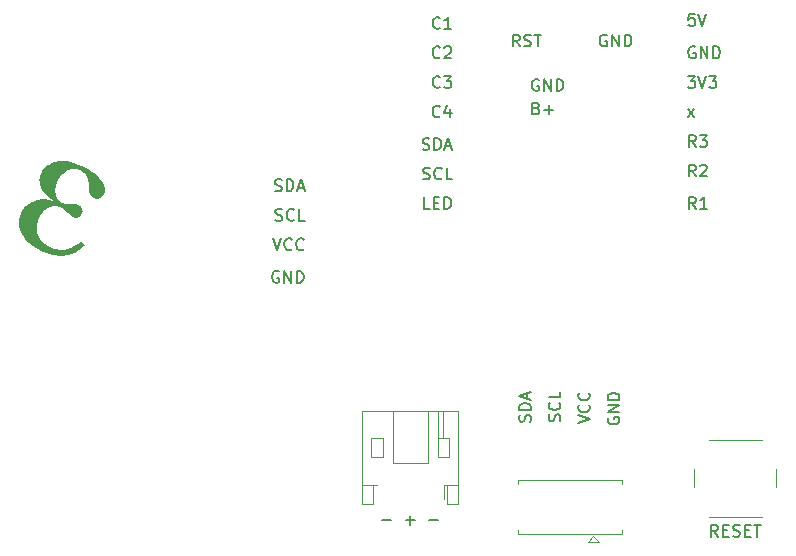
<source format=gto>
%TF.GenerationSoftware,KiCad,Pcbnew,7.0.5*%
%TF.CreationDate,2023-06-04T15:55:19-04:00*%
%TF.ProjectId,epsilon-kb,65707369-6c6f-46e2-9d6b-622e6b696361,rev?*%
%TF.SameCoordinates,Original*%
%TF.FileFunction,Legend,Top*%
%TF.FilePolarity,Positive*%
%FSLAX46Y46*%
G04 Gerber Fmt 4.6, Leading zero omitted, Abs format (unit mm)*
G04 Created by KiCad (PCBNEW 7.0.5) date 2023-06-04 15:55:19*
%MOMM*%
%LPD*%
G01*
G04 APERTURE LIST*
%ADD10C,0.000000*%
%ADD11C,0.150000*%
%ADD12C,0.120000*%
G04 APERTURE END LIST*
D10*
G36*
X107253758Y-97663684D02*
G01*
X107502628Y-97691123D01*
X107750294Y-97735463D01*
X107994381Y-97794992D01*
X108232512Y-97868000D01*
X108462307Y-97952778D01*
X108681392Y-98047612D01*
X108839312Y-98124299D01*
X109011047Y-98214324D01*
X109192449Y-98316958D01*
X109379368Y-98431471D01*
X109567657Y-98557130D01*
X109753168Y-98693209D01*
X109931753Y-98838976D01*
X110017153Y-98915265D01*
X110099264Y-98993701D01*
X110177571Y-99074195D01*
X110251552Y-99156654D01*
X110320692Y-99240989D01*
X110384471Y-99327106D01*
X110442369Y-99414916D01*
X110493870Y-99504327D01*
X110538453Y-99595247D01*
X110575602Y-99687585D01*
X110604797Y-99781250D01*
X110625521Y-99876152D01*
X110637252Y-99972197D01*
X110639475Y-100069296D01*
X110631671Y-100167358D01*
X110613319Y-100266289D01*
X110583904Y-100366001D01*
X110542905Y-100466401D01*
X110528340Y-100496113D01*
X110512842Y-100524806D01*
X110496435Y-100552452D01*
X110479147Y-100579026D01*
X110461001Y-100604504D01*
X110442025Y-100628858D01*
X110422243Y-100652063D01*
X110401682Y-100674093D01*
X110380367Y-100694924D01*
X110358322Y-100714529D01*
X110335575Y-100732882D01*
X110312151Y-100749958D01*
X110288076Y-100765732D01*
X110263375Y-100780176D01*
X110238073Y-100793268D01*
X110212197Y-100804978D01*
X110185772Y-100815284D01*
X110158825Y-100824158D01*
X110131378Y-100831576D01*
X110103461Y-100837512D01*
X110075098Y-100841939D01*
X110046313Y-100844832D01*
X110017134Y-100846166D01*
X109987585Y-100845915D01*
X109957694Y-100844053D01*
X109927484Y-100840554D01*
X109896981Y-100835394D01*
X109866212Y-100828546D01*
X109835202Y-100819983D01*
X109803976Y-100809682D01*
X109772561Y-100797616D01*
X109740982Y-100783760D01*
X109662753Y-100742136D01*
X109594480Y-100695302D01*
X109535439Y-100643577D01*
X109484908Y-100587281D01*
X109442161Y-100526732D01*
X109406475Y-100462252D01*
X109377126Y-100394157D01*
X109353393Y-100322769D01*
X109334548Y-100248406D01*
X109319871Y-100171389D01*
X109300120Y-100010665D01*
X109278777Y-99671413D01*
X109265604Y-99497992D01*
X109243045Y-99325450D01*
X109226436Y-99240306D01*
X109205310Y-99156340D01*
X109178942Y-99073872D01*
X109146610Y-98993219D01*
X109107589Y-98914703D01*
X109061155Y-98838642D01*
X109006586Y-98765354D01*
X108943157Y-98695161D01*
X108870145Y-98628382D01*
X108786825Y-98565336D01*
X108692475Y-98506342D01*
X108586369Y-98451719D01*
X108502119Y-98414981D01*
X108419152Y-98383848D01*
X108337485Y-98358185D01*
X108257137Y-98337862D01*
X108178124Y-98322745D01*
X108100463Y-98312703D01*
X108024172Y-98307603D01*
X107949268Y-98307314D01*
X107875768Y-98311703D01*
X107803688Y-98320637D01*
X107733047Y-98333985D01*
X107663862Y-98351614D01*
X107596149Y-98373392D01*
X107529927Y-98399186D01*
X107465211Y-98428865D01*
X107402020Y-98462296D01*
X107340370Y-98499347D01*
X107280280Y-98539886D01*
X107221765Y-98583780D01*
X107164843Y-98630897D01*
X107055848Y-98734273D01*
X106953431Y-98848954D01*
X106857730Y-98973883D01*
X106768884Y-99108002D01*
X106687028Y-99250253D01*
X106612302Y-99399578D01*
X106564612Y-99512177D01*
X106523914Y-99630444D01*
X106490794Y-99753121D01*
X106465838Y-99878949D01*
X106456606Y-99942651D01*
X106449635Y-100006668D01*
X106444997Y-100070844D01*
X106442770Y-100135021D01*
X106443022Y-100199041D01*
X106445830Y-100262746D01*
X106451266Y-100325981D01*
X106459403Y-100388587D01*
X106470317Y-100450407D01*
X106484077Y-100511283D01*
X106500760Y-100571059D01*
X106520438Y-100629577D01*
X106543185Y-100686679D01*
X106569073Y-100742207D01*
X106598176Y-100796007D01*
X106630568Y-100847918D01*
X106666323Y-100897784D01*
X106705512Y-100945449D01*
X106748211Y-100990753D01*
X106794491Y-101033541D01*
X106844428Y-101073653D01*
X106898093Y-101110935D01*
X106955560Y-101145227D01*
X107016903Y-101176372D01*
X107069789Y-101199747D01*
X107121981Y-101220335D01*
X107173492Y-101238306D01*
X107224332Y-101253830D01*
X107274509Y-101267075D01*
X107324035Y-101278208D01*
X107372921Y-101287402D01*
X107421175Y-101294823D01*
X107515831Y-101305024D01*
X107608085Y-101310164D01*
X107698018Y-101311593D01*
X107785712Y-101310667D01*
X107954706Y-101307143D01*
X108036170Y-101307251D01*
X108115719Y-101310408D01*
X108193435Y-101317964D01*
X108231630Y-101323816D01*
X108269399Y-101331273D01*
X108306750Y-101340506D01*
X108343694Y-101351685D01*
X108380239Y-101364977D01*
X108416399Y-101380552D01*
X108443215Y-101393818D01*
X108468980Y-101408095D01*
X108493682Y-101423348D01*
X108517307Y-101439539D01*
X108539841Y-101456631D01*
X108561272Y-101474586D01*
X108581584Y-101493368D01*
X108600766Y-101512941D01*
X108618802Y-101533265D01*
X108635682Y-101554305D01*
X108651389Y-101576024D01*
X108665911Y-101598383D01*
X108679234Y-101621348D01*
X108691345Y-101644879D01*
X108702230Y-101668940D01*
X108711877Y-101693495D01*
X108720270Y-101718505D01*
X108727398Y-101743934D01*
X108733247Y-101769745D01*
X108737802Y-101795901D01*
X108741050Y-101822364D01*
X108742978Y-101849097D01*
X108743573Y-101876064D01*
X108742820Y-101903228D01*
X108740707Y-101930551D01*
X108737220Y-101957996D01*
X108732346Y-101985526D01*
X108726069Y-102013105D01*
X108718378Y-102040693D01*
X108709260Y-102068257D01*
X108698700Y-102095757D01*
X108686685Y-102123156D01*
X108672789Y-102151321D01*
X108657959Y-102178264D01*
X108642223Y-102203978D01*
X108625614Y-102228455D01*
X108608159Y-102251691D01*
X108589891Y-102273678D01*
X108570842Y-102294411D01*
X108551037Y-102313882D01*
X108530511Y-102332086D01*
X108509291Y-102349017D01*
X108487412Y-102364666D01*
X108464899Y-102379030D01*
X108441785Y-102392100D01*
X108418100Y-102403871D01*
X108393875Y-102414335D01*
X108369140Y-102423489D01*
X108343925Y-102431323D01*
X108318259Y-102437832D01*
X108292175Y-102443011D01*
X108265702Y-102446851D01*
X108238871Y-102449347D01*
X108211711Y-102450493D01*
X108184253Y-102450282D01*
X108156528Y-102448709D01*
X108128565Y-102445766D01*
X108100396Y-102441446D01*
X108072051Y-102435744D01*
X108043559Y-102428654D01*
X108014951Y-102420169D01*
X107986259Y-102410282D01*
X107957511Y-102398987D01*
X107928738Y-102386278D01*
X106967932Y-101601935D01*
X106896002Y-101570619D01*
X106824139Y-101543706D01*
X106752422Y-101521117D01*
X106680930Y-101502772D01*
X106609739Y-101488591D01*
X106538929Y-101478495D01*
X106468578Y-101472403D01*
X106398765Y-101470237D01*
X106329567Y-101471915D01*
X106261063Y-101477359D01*
X106193331Y-101486487D01*
X106126448Y-101499222D01*
X106060496Y-101515481D01*
X105995550Y-101535187D01*
X105931688Y-101558260D01*
X105868991Y-101584617D01*
X105807534Y-101614182D01*
X105747399Y-101646873D01*
X105688661Y-101682612D01*
X105631400Y-101721317D01*
X105575693Y-101762909D01*
X105521620Y-101807308D01*
X105469258Y-101854436D01*
X105418685Y-101904210D01*
X105369981Y-101956552D01*
X105323223Y-102011383D01*
X105278488Y-102068622D01*
X105235858Y-102128189D01*
X105195408Y-102190005D01*
X105157216Y-102253989D01*
X105121363Y-102320063D01*
X105087926Y-102388145D01*
X105044673Y-102485813D01*
X105006148Y-102583093D01*
X104972337Y-102679903D01*
X104943228Y-102776160D01*
X104918806Y-102871785D01*
X104899059Y-102966696D01*
X104883973Y-103060811D01*
X104873535Y-103154048D01*
X104867732Y-103246327D01*
X104866550Y-103337565D01*
X104869975Y-103427682D01*
X104877996Y-103516594D01*
X104890598Y-103604223D01*
X104907767Y-103690485D01*
X104929491Y-103775298D01*
X104955757Y-103858584D01*
X104986550Y-103940258D01*
X105021859Y-104020240D01*
X105061668Y-104098448D01*
X105105966Y-104174801D01*
X105154739Y-104249218D01*
X105207973Y-104321616D01*
X105265655Y-104391915D01*
X105327771Y-104460033D01*
X105394309Y-104525888D01*
X105465255Y-104589400D01*
X105540596Y-104650485D01*
X105620319Y-104709064D01*
X105704409Y-104765055D01*
X105792854Y-104818375D01*
X105885642Y-104868944D01*
X105982756Y-104916680D01*
X106078504Y-104959525D01*
X106172983Y-104998187D01*
X106266239Y-105032705D01*
X106358318Y-105063125D01*
X106449265Y-105089485D01*
X106539126Y-105111830D01*
X106627945Y-105130200D01*
X106715771Y-105144636D01*
X106802646Y-105155181D01*
X106888617Y-105161876D01*
X106973729Y-105164764D01*
X107058028Y-105163886D01*
X107141560Y-105159282D01*
X107224370Y-105150997D01*
X107306502Y-105139071D01*
X107388005Y-105123546D01*
X107468922Y-105104463D01*
X107549299Y-105081866D01*
X107629180Y-105055794D01*
X107708614Y-105026291D01*
X107787645Y-104993396D01*
X107866316Y-104957154D01*
X108022770Y-104874791D01*
X108178338Y-104779535D01*
X108333386Y-104671720D01*
X108488277Y-104551680D01*
X108643375Y-104419750D01*
X108948324Y-104767478D01*
X108948311Y-104767505D01*
X108842873Y-104869321D01*
X108736720Y-104964549D01*
X108629851Y-105053286D01*
X108522267Y-105135628D01*
X108413967Y-105211669D01*
X108304950Y-105281506D01*
X108195217Y-105345233D01*
X108084769Y-105402948D01*
X107973603Y-105454745D01*
X107861721Y-105500721D01*
X107749122Y-105540971D01*
X107635807Y-105575590D01*
X107521773Y-105604675D01*
X107407022Y-105628321D01*
X107291554Y-105646625D01*
X107175369Y-105659680D01*
X106940844Y-105670433D01*
X106703447Y-105661345D01*
X106463176Y-105633182D01*
X106220030Y-105586708D01*
X105974007Y-105522692D01*
X105725107Y-105441897D01*
X105473329Y-105345091D01*
X105218669Y-105233038D01*
X104990499Y-105117618D01*
X104767963Y-104986597D01*
X104553412Y-104840798D01*
X104349199Y-104681046D01*
X104251705Y-104596194D01*
X104157678Y-104508162D01*
X104067411Y-104417054D01*
X103981200Y-104322972D01*
X103899339Y-104226018D01*
X103822121Y-104126297D01*
X103749840Y-104023911D01*
X103682791Y-103918963D01*
X103621268Y-103811555D01*
X103565565Y-103701792D01*
X103515976Y-103589775D01*
X103472794Y-103475608D01*
X103436315Y-103359392D01*
X103406832Y-103241234D01*
X103384640Y-103121233D01*
X103370032Y-102999494D01*
X103363303Y-102876118D01*
X103364746Y-102751210D01*
X103374657Y-102624873D01*
X103393328Y-102497208D01*
X103421055Y-102368321D01*
X103458130Y-102238310D01*
X103504849Y-102107283D01*
X103561506Y-101975341D01*
X103606667Y-101885347D01*
X103656148Y-101799505D01*
X103709763Y-101717787D01*
X103767321Y-101640162D01*
X103828637Y-101566603D01*
X103893521Y-101497078D01*
X103961784Y-101431557D01*
X104033241Y-101370013D01*
X104107701Y-101312416D01*
X104184977Y-101258734D01*
X104264882Y-101208939D01*
X104347226Y-101163003D01*
X104431822Y-101120894D01*
X104518482Y-101082584D01*
X104607018Y-101048043D01*
X104697242Y-101017241D01*
X104882000Y-100966737D01*
X105071252Y-100930837D01*
X105263491Y-100909303D01*
X105457217Y-100901900D01*
X105650922Y-100908390D01*
X105843104Y-100928540D01*
X106032256Y-100962110D01*
X106216874Y-101008866D01*
X106231200Y-100978144D01*
X106094826Y-100890503D01*
X105961063Y-100791161D01*
X105831445Y-100681053D01*
X105707505Y-100561112D01*
X105590781Y-100432275D01*
X105482805Y-100295474D01*
X105432576Y-100224380D01*
X105385112Y-100151646D01*
X105340601Y-100077389D01*
X105299238Y-100001724D01*
X105261212Y-99924771D01*
X105226716Y-99846644D01*
X105195942Y-99767462D01*
X105169083Y-99687340D01*
X105146328Y-99606397D01*
X105127872Y-99524747D01*
X105113904Y-99442509D01*
X105104618Y-99359799D01*
X105100205Y-99276735D01*
X105100857Y-99193431D01*
X105106765Y-99110007D01*
X105118122Y-99026578D01*
X105135118Y-98943261D01*
X105157948Y-98860173D01*
X105186801Y-98777432D01*
X105221870Y-98695153D01*
X105283979Y-98572971D01*
X105352026Y-98459504D01*
X105425717Y-98354538D01*
X105504752Y-98257861D01*
X105588834Y-98169257D01*
X105677668Y-98088514D01*
X105770955Y-98015417D01*
X105868397Y-97949753D01*
X105969701Y-97891308D01*
X106074565Y-97839866D01*
X106182694Y-97795217D01*
X106293792Y-97757145D01*
X106407561Y-97725435D01*
X106523702Y-97699875D01*
X106641921Y-97680252D01*
X106761918Y-97666349D01*
X107006061Y-97654856D01*
X107253758Y-97663684D01*
G37*
D11*
X139008458Y-86359580D02*
X138960839Y-86407200D01*
X138960839Y-86407200D02*
X138817982Y-86454819D01*
X138817982Y-86454819D02*
X138722744Y-86454819D01*
X138722744Y-86454819D02*
X138579887Y-86407200D01*
X138579887Y-86407200D02*
X138484649Y-86311961D01*
X138484649Y-86311961D02*
X138437030Y-86216723D01*
X138437030Y-86216723D02*
X138389411Y-86026247D01*
X138389411Y-86026247D02*
X138389411Y-85883390D01*
X138389411Y-85883390D02*
X138437030Y-85692914D01*
X138437030Y-85692914D02*
X138484649Y-85597676D01*
X138484649Y-85597676D02*
X138579887Y-85502438D01*
X138579887Y-85502438D02*
X138722744Y-85454819D01*
X138722744Y-85454819D02*
X138817982Y-85454819D01*
X138817982Y-85454819D02*
X138960839Y-85502438D01*
X138960839Y-85502438D02*
X139008458Y-85550057D01*
X139960839Y-86454819D02*
X139389411Y-86454819D01*
X139675125Y-86454819D02*
X139675125Y-85454819D01*
X139675125Y-85454819D02*
X139579887Y-85597676D01*
X139579887Y-85597676D02*
X139484649Y-85692914D01*
X139484649Y-85692914D02*
X139389411Y-85740533D01*
X139008458Y-88859580D02*
X138960839Y-88907200D01*
X138960839Y-88907200D02*
X138817982Y-88954819D01*
X138817982Y-88954819D02*
X138722744Y-88954819D01*
X138722744Y-88954819D02*
X138579887Y-88907200D01*
X138579887Y-88907200D02*
X138484649Y-88811961D01*
X138484649Y-88811961D02*
X138437030Y-88716723D01*
X138437030Y-88716723D02*
X138389411Y-88526247D01*
X138389411Y-88526247D02*
X138389411Y-88383390D01*
X138389411Y-88383390D02*
X138437030Y-88192914D01*
X138437030Y-88192914D02*
X138484649Y-88097676D01*
X138484649Y-88097676D02*
X138579887Y-88002438D01*
X138579887Y-88002438D02*
X138722744Y-87954819D01*
X138722744Y-87954819D02*
X138817982Y-87954819D01*
X138817982Y-87954819D02*
X138960839Y-88002438D01*
X138960839Y-88002438D02*
X139008458Y-88050057D01*
X139389411Y-88050057D02*
X139437030Y-88002438D01*
X139437030Y-88002438D02*
X139532268Y-87954819D01*
X139532268Y-87954819D02*
X139770363Y-87954819D01*
X139770363Y-87954819D02*
X139865601Y-88002438D01*
X139865601Y-88002438D02*
X139913220Y-88050057D01*
X139913220Y-88050057D02*
X139960839Y-88145295D01*
X139960839Y-88145295D02*
X139960839Y-88240533D01*
X139960839Y-88240533D02*
X139913220Y-88383390D01*
X139913220Y-88383390D02*
X139341792Y-88954819D01*
X139341792Y-88954819D02*
X139960839Y-88954819D01*
X146657200Y-119717731D02*
X146704819Y-119574874D01*
X146704819Y-119574874D02*
X146704819Y-119336779D01*
X146704819Y-119336779D02*
X146657200Y-119241541D01*
X146657200Y-119241541D02*
X146609580Y-119193922D01*
X146609580Y-119193922D02*
X146514342Y-119146303D01*
X146514342Y-119146303D02*
X146419104Y-119146303D01*
X146419104Y-119146303D02*
X146323866Y-119193922D01*
X146323866Y-119193922D02*
X146276247Y-119241541D01*
X146276247Y-119241541D02*
X146228628Y-119336779D01*
X146228628Y-119336779D02*
X146181009Y-119527255D01*
X146181009Y-119527255D02*
X146133390Y-119622493D01*
X146133390Y-119622493D02*
X146085771Y-119670112D01*
X146085771Y-119670112D02*
X145990533Y-119717731D01*
X145990533Y-119717731D02*
X145895295Y-119717731D01*
X145895295Y-119717731D02*
X145800057Y-119670112D01*
X145800057Y-119670112D02*
X145752438Y-119622493D01*
X145752438Y-119622493D02*
X145704819Y-119527255D01*
X145704819Y-119527255D02*
X145704819Y-119289160D01*
X145704819Y-119289160D02*
X145752438Y-119146303D01*
X146704819Y-118717731D02*
X145704819Y-118717731D01*
X145704819Y-118717731D02*
X145704819Y-118479636D01*
X145704819Y-118479636D02*
X145752438Y-118336779D01*
X145752438Y-118336779D02*
X145847676Y-118241541D01*
X145847676Y-118241541D02*
X145942914Y-118193922D01*
X145942914Y-118193922D02*
X146133390Y-118146303D01*
X146133390Y-118146303D02*
X146276247Y-118146303D01*
X146276247Y-118146303D02*
X146466723Y-118193922D01*
X146466723Y-118193922D02*
X146561961Y-118241541D01*
X146561961Y-118241541D02*
X146657200Y-118336779D01*
X146657200Y-118336779D02*
X146704819Y-118479636D01*
X146704819Y-118479636D02*
X146704819Y-118717731D01*
X146419104Y-117765350D02*
X146419104Y-117289160D01*
X146704819Y-117860588D02*
X145704819Y-117527255D01*
X145704819Y-117527255D02*
X146704819Y-117193922D01*
X160610588Y-88002438D02*
X160515350Y-87954819D01*
X160515350Y-87954819D02*
X160372493Y-87954819D01*
X160372493Y-87954819D02*
X160229636Y-88002438D01*
X160229636Y-88002438D02*
X160134398Y-88097676D01*
X160134398Y-88097676D02*
X160086779Y-88192914D01*
X160086779Y-88192914D02*
X160039160Y-88383390D01*
X160039160Y-88383390D02*
X160039160Y-88526247D01*
X160039160Y-88526247D02*
X160086779Y-88716723D01*
X160086779Y-88716723D02*
X160134398Y-88811961D01*
X160134398Y-88811961D02*
X160229636Y-88907200D01*
X160229636Y-88907200D02*
X160372493Y-88954819D01*
X160372493Y-88954819D02*
X160467731Y-88954819D01*
X160467731Y-88954819D02*
X160610588Y-88907200D01*
X160610588Y-88907200D02*
X160658207Y-88859580D01*
X160658207Y-88859580D02*
X160658207Y-88526247D01*
X160658207Y-88526247D02*
X160467731Y-88526247D01*
X161086779Y-88954819D02*
X161086779Y-87954819D01*
X161086779Y-87954819D02*
X161658207Y-88954819D01*
X161658207Y-88954819D02*
X161658207Y-87954819D01*
X162134398Y-88954819D02*
X162134398Y-87954819D01*
X162134398Y-87954819D02*
X162372493Y-87954819D01*
X162372493Y-87954819D02*
X162515350Y-88002438D01*
X162515350Y-88002438D02*
X162610588Y-88097676D01*
X162610588Y-88097676D02*
X162658207Y-88192914D01*
X162658207Y-88192914D02*
X162705826Y-88383390D01*
X162705826Y-88383390D02*
X162705826Y-88526247D01*
X162705826Y-88526247D02*
X162658207Y-88716723D01*
X162658207Y-88716723D02*
X162610588Y-88811961D01*
X162610588Y-88811961D02*
X162515350Y-88907200D01*
X162515350Y-88907200D02*
X162372493Y-88954819D01*
X162372493Y-88954819D02*
X162134398Y-88954819D01*
X160658207Y-101704819D02*
X160324874Y-101228628D01*
X160086779Y-101704819D02*
X160086779Y-100704819D01*
X160086779Y-100704819D02*
X160467731Y-100704819D01*
X160467731Y-100704819D02*
X160562969Y-100752438D01*
X160562969Y-100752438D02*
X160610588Y-100800057D01*
X160610588Y-100800057D02*
X160658207Y-100895295D01*
X160658207Y-100895295D02*
X160658207Y-101038152D01*
X160658207Y-101038152D02*
X160610588Y-101133390D01*
X160610588Y-101133390D02*
X160562969Y-101181009D01*
X160562969Y-101181009D02*
X160467731Y-101228628D01*
X160467731Y-101228628D02*
X160086779Y-101228628D01*
X161610588Y-101704819D02*
X161039160Y-101704819D01*
X161324874Y-101704819D02*
X161324874Y-100704819D01*
X161324874Y-100704819D02*
X161229636Y-100847676D01*
X161229636Y-100847676D02*
X161134398Y-100942914D01*
X161134398Y-100942914D02*
X161039160Y-100990533D01*
X160658207Y-98954819D02*
X160324874Y-98478628D01*
X160086779Y-98954819D02*
X160086779Y-97954819D01*
X160086779Y-97954819D02*
X160467731Y-97954819D01*
X160467731Y-97954819D02*
X160562969Y-98002438D01*
X160562969Y-98002438D02*
X160610588Y-98050057D01*
X160610588Y-98050057D02*
X160658207Y-98145295D01*
X160658207Y-98145295D02*
X160658207Y-98288152D01*
X160658207Y-98288152D02*
X160610588Y-98383390D01*
X160610588Y-98383390D02*
X160562969Y-98431009D01*
X160562969Y-98431009D02*
X160467731Y-98478628D01*
X160467731Y-98478628D02*
X160086779Y-98478628D01*
X161039160Y-98050057D02*
X161086779Y-98002438D01*
X161086779Y-98002438D02*
X161182017Y-97954819D01*
X161182017Y-97954819D02*
X161420112Y-97954819D01*
X161420112Y-97954819D02*
X161515350Y-98002438D01*
X161515350Y-98002438D02*
X161562969Y-98050057D01*
X161562969Y-98050057D02*
X161610588Y-98145295D01*
X161610588Y-98145295D02*
X161610588Y-98240533D01*
X161610588Y-98240533D02*
X161562969Y-98383390D01*
X161562969Y-98383390D02*
X160991541Y-98954819D01*
X160991541Y-98954819D02*
X161610588Y-98954819D01*
X145746553Y-87954819D02*
X145413220Y-87478628D01*
X145175125Y-87954819D02*
X145175125Y-86954819D01*
X145175125Y-86954819D02*
X145556077Y-86954819D01*
X145556077Y-86954819D02*
X145651315Y-87002438D01*
X145651315Y-87002438D02*
X145698934Y-87050057D01*
X145698934Y-87050057D02*
X145746553Y-87145295D01*
X145746553Y-87145295D02*
X145746553Y-87288152D01*
X145746553Y-87288152D02*
X145698934Y-87383390D01*
X145698934Y-87383390D02*
X145651315Y-87431009D01*
X145651315Y-87431009D02*
X145556077Y-87478628D01*
X145556077Y-87478628D02*
X145175125Y-87478628D01*
X146127506Y-87907200D02*
X146270363Y-87954819D01*
X146270363Y-87954819D02*
X146508458Y-87954819D01*
X146508458Y-87954819D02*
X146603696Y-87907200D01*
X146603696Y-87907200D02*
X146651315Y-87859580D01*
X146651315Y-87859580D02*
X146698934Y-87764342D01*
X146698934Y-87764342D02*
X146698934Y-87669104D01*
X146698934Y-87669104D02*
X146651315Y-87573866D01*
X146651315Y-87573866D02*
X146603696Y-87526247D01*
X146603696Y-87526247D02*
X146508458Y-87478628D01*
X146508458Y-87478628D02*
X146317982Y-87431009D01*
X146317982Y-87431009D02*
X146222744Y-87383390D01*
X146222744Y-87383390D02*
X146175125Y-87335771D01*
X146175125Y-87335771D02*
X146127506Y-87240533D01*
X146127506Y-87240533D02*
X146127506Y-87145295D01*
X146127506Y-87145295D02*
X146175125Y-87050057D01*
X146175125Y-87050057D02*
X146222744Y-87002438D01*
X146222744Y-87002438D02*
X146317982Y-86954819D01*
X146317982Y-86954819D02*
X146556077Y-86954819D01*
X146556077Y-86954819D02*
X146698934Y-87002438D01*
X146984649Y-86954819D02*
X147556077Y-86954819D01*
X147270363Y-87954819D02*
X147270363Y-86954819D01*
X125365601Y-107002438D02*
X125270363Y-106954819D01*
X125270363Y-106954819D02*
X125127506Y-106954819D01*
X125127506Y-106954819D02*
X124984649Y-107002438D01*
X124984649Y-107002438D02*
X124889411Y-107097676D01*
X124889411Y-107097676D02*
X124841792Y-107192914D01*
X124841792Y-107192914D02*
X124794173Y-107383390D01*
X124794173Y-107383390D02*
X124794173Y-107526247D01*
X124794173Y-107526247D02*
X124841792Y-107716723D01*
X124841792Y-107716723D02*
X124889411Y-107811961D01*
X124889411Y-107811961D02*
X124984649Y-107907200D01*
X124984649Y-107907200D02*
X125127506Y-107954819D01*
X125127506Y-107954819D02*
X125222744Y-107954819D01*
X125222744Y-107954819D02*
X125365601Y-107907200D01*
X125365601Y-107907200D02*
X125413220Y-107859580D01*
X125413220Y-107859580D02*
X125413220Y-107526247D01*
X125413220Y-107526247D02*
X125222744Y-107526247D01*
X125841792Y-107954819D02*
X125841792Y-106954819D01*
X125841792Y-106954819D02*
X126413220Y-107954819D01*
X126413220Y-107954819D02*
X126413220Y-106954819D01*
X126889411Y-107954819D02*
X126889411Y-106954819D01*
X126889411Y-106954819D02*
X127127506Y-106954819D01*
X127127506Y-106954819D02*
X127270363Y-107002438D01*
X127270363Y-107002438D02*
X127365601Y-107097676D01*
X127365601Y-107097676D02*
X127413220Y-107192914D01*
X127413220Y-107192914D02*
X127460839Y-107383390D01*
X127460839Y-107383390D02*
X127460839Y-107526247D01*
X127460839Y-107526247D02*
X127413220Y-107716723D01*
X127413220Y-107716723D02*
X127365601Y-107811961D01*
X127365601Y-107811961D02*
X127270363Y-107907200D01*
X127270363Y-107907200D02*
X127127506Y-107954819D01*
X127127506Y-107954819D02*
X126889411Y-107954819D01*
X147170112Y-93181009D02*
X147312969Y-93228628D01*
X147312969Y-93228628D02*
X147360588Y-93276247D01*
X147360588Y-93276247D02*
X147408207Y-93371485D01*
X147408207Y-93371485D02*
X147408207Y-93514342D01*
X147408207Y-93514342D02*
X147360588Y-93609580D01*
X147360588Y-93609580D02*
X147312969Y-93657200D01*
X147312969Y-93657200D02*
X147217731Y-93704819D01*
X147217731Y-93704819D02*
X146836779Y-93704819D01*
X146836779Y-93704819D02*
X146836779Y-92704819D01*
X146836779Y-92704819D02*
X147170112Y-92704819D01*
X147170112Y-92704819D02*
X147265350Y-92752438D01*
X147265350Y-92752438D02*
X147312969Y-92800057D01*
X147312969Y-92800057D02*
X147360588Y-92895295D01*
X147360588Y-92895295D02*
X147360588Y-92990533D01*
X147360588Y-92990533D02*
X147312969Y-93085771D01*
X147312969Y-93085771D02*
X147265350Y-93133390D01*
X147265350Y-93133390D02*
X147170112Y-93181009D01*
X147170112Y-93181009D02*
X146836779Y-93181009D01*
X147836779Y-93323866D02*
X148598684Y-93323866D01*
X148217731Y-93704819D02*
X148217731Y-92942914D01*
X147360588Y-90752438D02*
X147265350Y-90704819D01*
X147265350Y-90704819D02*
X147122493Y-90704819D01*
X147122493Y-90704819D02*
X146979636Y-90752438D01*
X146979636Y-90752438D02*
X146884398Y-90847676D01*
X146884398Y-90847676D02*
X146836779Y-90942914D01*
X146836779Y-90942914D02*
X146789160Y-91133390D01*
X146789160Y-91133390D02*
X146789160Y-91276247D01*
X146789160Y-91276247D02*
X146836779Y-91466723D01*
X146836779Y-91466723D02*
X146884398Y-91561961D01*
X146884398Y-91561961D02*
X146979636Y-91657200D01*
X146979636Y-91657200D02*
X147122493Y-91704819D01*
X147122493Y-91704819D02*
X147217731Y-91704819D01*
X147217731Y-91704819D02*
X147360588Y-91657200D01*
X147360588Y-91657200D02*
X147408207Y-91609580D01*
X147408207Y-91609580D02*
X147408207Y-91276247D01*
X147408207Y-91276247D02*
X147217731Y-91276247D01*
X147836779Y-91704819D02*
X147836779Y-90704819D01*
X147836779Y-90704819D02*
X148408207Y-91704819D01*
X148408207Y-91704819D02*
X148408207Y-90704819D01*
X148884398Y-91704819D02*
X148884398Y-90704819D01*
X148884398Y-90704819D02*
X149122493Y-90704819D01*
X149122493Y-90704819D02*
X149265350Y-90752438D01*
X149265350Y-90752438D02*
X149360588Y-90847676D01*
X149360588Y-90847676D02*
X149408207Y-90942914D01*
X149408207Y-90942914D02*
X149455826Y-91133390D01*
X149455826Y-91133390D02*
X149455826Y-91276247D01*
X149455826Y-91276247D02*
X149408207Y-91466723D01*
X149408207Y-91466723D02*
X149360588Y-91561961D01*
X149360588Y-91561961D02*
X149265350Y-91657200D01*
X149265350Y-91657200D02*
X149122493Y-91704819D01*
X149122493Y-91704819D02*
X148884398Y-91704819D01*
X137579887Y-99157200D02*
X137722744Y-99204819D01*
X137722744Y-99204819D02*
X137960839Y-99204819D01*
X137960839Y-99204819D02*
X138056077Y-99157200D01*
X138056077Y-99157200D02*
X138103696Y-99109580D01*
X138103696Y-99109580D02*
X138151315Y-99014342D01*
X138151315Y-99014342D02*
X138151315Y-98919104D01*
X138151315Y-98919104D02*
X138103696Y-98823866D01*
X138103696Y-98823866D02*
X138056077Y-98776247D01*
X138056077Y-98776247D02*
X137960839Y-98728628D01*
X137960839Y-98728628D02*
X137770363Y-98681009D01*
X137770363Y-98681009D02*
X137675125Y-98633390D01*
X137675125Y-98633390D02*
X137627506Y-98585771D01*
X137627506Y-98585771D02*
X137579887Y-98490533D01*
X137579887Y-98490533D02*
X137579887Y-98395295D01*
X137579887Y-98395295D02*
X137627506Y-98300057D01*
X137627506Y-98300057D02*
X137675125Y-98252438D01*
X137675125Y-98252438D02*
X137770363Y-98204819D01*
X137770363Y-98204819D02*
X138008458Y-98204819D01*
X138008458Y-98204819D02*
X138151315Y-98252438D01*
X139151315Y-99109580D02*
X139103696Y-99157200D01*
X139103696Y-99157200D02*
X138960839Y-99204819D01*
X138960839Y-99204819D02*
X138865601Y-99204819D01*
X138865601Y-99204819D02*
X138722744Y-99157200D01*
X138722744Y-99157200D02*
X138627506Y-99061961D01*
X138627506Y-99061961D02*
X138579887Y-98966723D01*
X138579887Y-98966723D02*
X138532268Y-98776247D01*
X138532268Y-98776247D02*
X138532268Y-98633390D01*
X138532268Y-98633390D02*
X138579887Y-98442914D01*
X138579887Y-98442914D02*
X138627506Y-98347676D01*
X138627506Y-98347676D02*
X138722744Y-98252438D01*
X138722744Y-98252438D02*
X138865601Y-98204819D01*
X138865601Y-98204819D02*
X138960839Y-98204819D01*
X138960839Y-98204819D02*
X139103696Y-98252438D01*
X139103696Y-98252438D02*
X139151315Y-98300057D01*
X140056077Y-99204819D02*
X139579887Y-99204819D01*
X139579887Y-99204819D02*
X139579887Y-98204819D01*
X162547618Y-129454819D02*
X162214285Y-128978628D01*
X161976190Y-129454819D02*
X161976190Y-128454819D01*
X161976190Y-128454819D02*
X162357142Y-128454819D01*
X162357142Y-128454819D02*
X162452380Y-128502438D01*
X162452380Y-128502438D02*
X162499999Y-128550057D01*
X162499999Y-128550057D02*
X162547618Y-128645295D01*
X162547618Y-128645295D02*
X162547618Y-128788152D01*
X162547618Y-128788152D02*
X162499999Y-128883390D01*
X162499999Y-128883390D02*
X162452380Y-128931009D01*
X162452380Y-128931009D02*
X162357142Y-128978628D01*
X162357142Y-128978628D02*
X161976190Y-128978628D01*
X162976190Y-128931009D02*
X163309523Y-128931009D01*
X163452380Y-129454819D02*
X162976190Y-129454819D01*
X162976190Y-129454819D02*
X162976190Y-128454819D01*
X162976190Y-128454819D02*
X163452380Y-128454819D01*
X163833333Y-129407200D02*
X163976190Y-129454819D01*
X163976190Y-129454819D02*
X164214285Y-129454819D01*
X164214285Y-129454819D02*
X164309523Y-129407200D01*
X164309523Y-129407200D02*
X164357142Y-129359580D01*
X164357142Y-129359580D02*
X164404761Y-129264342D01*
X164404761Y-129264342D02*
X164404761Y-129169104D01*
X164404761Y-129169104D02*
X164357142Y-129073866D01*
X164357142Y-129073866D02*
X164309523Y-129026247D01*
X164309523Y-129026247D02*
X164214285Y-128978628D01*
X164214285Y-128978628D02*
X164023809Y-128931009D01*
X164023809Y-128931009D02*
X163928571Y-128883390D01*
X163928571Y-128883390D02*
X163880952Y-128835771D01*
X163880952Y-128835771D02*
X163833333Y-128740533D01*
X163833333Y-128740533D02*
X163833333Y-128645295D01*
X163833333Y-128645295D02*
X163880952Y-128550057D01*
X163880952Y-128550057D02*
X163928571Y-128502438D01*
X163928571Y-128502438D02*
X164023809Y-128454819D01*
X164023809Y-128454819D02*
X164261904Y-128454819D01*
X164261904Y-128454819D02*
X164404761Y-128502438D01*
X164833333Y-128931009D02*
X165166666Y-128931009D01*
X165309523Y-129454819D02*
X164833333Y-129454819D01*
X164833333Y-129454819D02*
X164833333Y-128454819D01*
X164833333Y-128454819D02*
X165309523Y-128454819D01*
X165595238Y-128454819D02*
X166166666Y-128454819D01*
X165880952Y-129454819D02*
X165880952Y-128454819D01*
X153110588Y-87002438D02*
X153015350Y-86954819D01*
X153015350Y-86954819D02*
X152872493Y-86954819D01*
X152872493Y-86954819D02*
X152729636Y-87002438D01*
X152729636Y-87002438D02*
X152634398Y-87097676D01*
X152634398Y-87097676D02*
X152586779Y-87192914D01*
X152586779Y-87192914D02*
X152539160Y-87383390D01*
X152539160Y-87383390D02*
X152539160Y-87526247D01*
X152539160Y-87526247D02*
X152586779Y-87716723D01*
X152586779Y-87716723D02*
X152634398Y-87811961D01*
X152634398Y-87811961D02*
X152729636Y-87907200D01*
X152729636Y-87907200D02*
X152872493Y-87954819D01*
X152872493Y-87954819D02*
X152967731Y-87954819D01*
X152967731Y-87954819D02*
X153110588Y-87907200D01*
X153110588Y-87907200D02*
X153158207Y-87859580D01*
X153158207Y-87859580D02*
X153158207Y-87526247D01*
X153158207Y-87526247D02*
X152967731Y-87526247D01*
X153586779Y-87954819D02*
X153586779Y-86954819D01*
X153586779Y-86954819D02*
X154158207Y-87954819D01*
X154158207Y-87954819D02*
X154158207Y-86954819D01*
X154634398Y-87954819D02*
X154634398Y-86954819D01*
X154634398Y-86954819D02*
X154872493Y-86954819D01*
X154872493Y-86954819D02*
X155015350Y-87002438D01*
X155015350Y-87002438D02*
X155110588Y-87097676D01*
X155110588Y-87097676D02*
X155158207Y-87192914D01*
X155158207Y-87192914D02*
X155205826Y-87383390D01*
X155205826Y-87383390D02*
X155205826Y-87526247D01*
X155205826Y-87526247D02*
X155158207Y-87716723D01*
X155158207Y-87716723D02*
X155110588Y-87811961D01*
X155110588Y-87811961D02*
X155015350Y-87907200D01*
X155015350Y-87907200D02*
X154872493Y-87954819D01*
X154872493Y-87954819D02*
X154634398Y-87954819D01*
X124889411Y-104204819D02*
X125222744Y-105204819D01*
X125222744Y-105204819D02*
X125556077Y-104204819D01*
X126460839Y-105109580D02*
X126413220Y-105157200D01*
X126413220Y-105157200D02*
X126270363Y-105204819D01*
X126270363Y-105204819D02*
X126175125Y-105204819D01*
X126175125Y-105204819D02*
X126032268Y-105157200D01*
X126032268Y-105157200D02*
X125937030Y-105061961D01*
X125937030Y-105061961D02*
X125889411Y-104966723D01*
X125889411Y-104966723D02*
X125841792Y-104776247D01*
X125841792Y-104776247D02*
X125841792Y-104633390D01*
X125841792Y-104633390D02*
X125889411Y-104442914D01*
X125889411Y-104442914D02*
X125937030Y-104347676D01*
X125937030Y-104347676D02*
X126032268Y-104252438D01*
X126032268Y-104252438D02*
X126175125Y-104204819D01*
X126175125Y-104204819D02*
X126270363Y-104204819D01*
X126270363Y-104204819D02*
X126413220Y-104252438D01*
X126413220Y-104252438D02*
X126460839Y-104300057D01*
X127460839Y-105109580D02*
X127413220Y-105157200D01*
X127413220Y-105157200D02*
X127270363Y-105204819D01*
X127270363Y-105204819D02*
X127175125Y-105204819D01*
X127175125Y-105204819D02*
X127032268Y-105157200D01*
X127032268Y-105157200D02*
X126937030Y-105061961D01*
X126937030Y-105061961D02*
X126889411Y-104966723D01*
X126889411Y-104966723D02*
X126841792Y-104776247D01*
X126841792Y-104776247D02*
X126841792Y-104633390D01*
X126841792Y-104633390D02*
X126889411Y-104442914D01*
X126889411Y-104442914D02*
X126937030Y-104347676D01*
X126937030Y-104347676D02*
X127032268Y-104252438D01*
X127032268Y-104252438D02*
X127175125Y-104204819D01*
X127175125Y-104204819D02*
X127270363Y-104204819D01*
X127270363Y-104204819D02*
X127413220Y-104252438D01*
X127413220Y-104252438D02*
X127460839Y-104300057D01*
X138119048Y-128073866D02*
X138880953Y-128073866D01*
X160562969Y-85204819D02*
X160086779Y-85204819D01*
X160086779Y-85204819D02*
X160039160Y-85681009D01*
X160039160Y-85681009D02*
X160086779Y-85633390D01*
X160086779Y-85633390D02*
X160182017Y-85585771D01*
X160182017Y-85585771D02*
X160420112Y-85585771D01*
X160420112Y-85585771D02*
X160515350Y-85633390D01*
X160515350Y-85633390D02*
X160562969Y-85681009D01*
X160562969Y-85681009D02*
X160610588Y-85776247D01*
X160610588Y-85776247D02*
X160610588Y-86014342D01*
X160610588Y-86014342D02*
X160562969Y-86109580D01*
X160562969Y-86109580D02*
X160515350Y-86157200D01*
X160515350Y-86157200D02*
X160420112Y-86204819D01*
X160420112Y-86204819D02*
X160182017Y-86204819D01*
X160182017Y-86204819D02*
X160086779Y-86157200D01*
X160086779Y-86157200D02*
X160039160Y-86109580D01*
X160896303Y-85204819D02*
X161229636Y-86204819D01*
X161229636Y-86204819D02*
X161562969Y-85204819D01*
X139008458Y-91359580D02*
X138960839Y-91407200D01*
X138960839Y-91407200D02*
X138817982Y-91454819D01*
X138817982Y-91454819D02*
X138722744Y-91454819D01*
X138722744Y-91454819D02*
X138579887Y-91407200D01*
X138579887Y-91407200D02*
X138484649Y-91311961D01*
X138484649Y-91311961D02*
X138437030Y-91216723D01*
X138437030Y-91216723D02*
X138389411Y-91026247D01*
X138389411Y-91026247D02*
X138389411Y-90883390D01*
X138389411Y-90883390D02*
X138437030Y-90692914D01*
X138437030Y-90692914D02*
X138484649Y-90597676D01*
X138484649Y-90597676D02*
X138579887Y-90502438D01*
X138579887Y-90502438D02*
X138722744Y-90454819D01*
X138722744Y-90454819D02*
X138817982Y-90454819D01*
X138817982Y-90454819D02*
X138960839Y-90502438D01*
X138960839Y-90502438D02*
X139008458Y-90550057D01*
X139341792Y-90454819D02*
X139960839Y-90454819D01*
X139960839Y-90454819D02*
X139627506Y-90835771D01*
X139627506Y-90835771D02*
X139770363Y-90835771D01*
X139770363Y-90835771D02*
X139865601Y-90883390D01*
X139865601Y-90883390D02*
X139913220Y-90931009D01*
X139913220Y-90931009D02*
X139960839Y-91026247D01*
X139960839Y-91026247D02*
X139960839Y-91264342D01*
X139960839Y-91264342D02*
X139913220Y-91359580D01*
X139913220Y-91359580D02*
X139865601Y-91407200D01*
X139865601Y-91407200D02*
X139770363Y-91454819D01*
X139770363Y-91454819D02*
X139484649Y-91454819D01*
X139484649Y-91454819D02*
X139389411Y-91407200D01*
X139389411Y-91407200D02*
X139341792Y-91359580D01*
X125032268Y-100157200D02*
X125175125Y-100204819D01*
X125175125Y-100204819D02*
X125413220Y-100204819D01*
X125413220Y-100204819D02*
X125508458Y-100157200D01*
X125508458Y-100157200D02*
X125556077Y-100109580D01*
X125556077Y-100109580D02*
X125603696Y-100014342D01*
X125603696Y-100014342D02*
X125603696Y-99919104D01*
X125603696Y-99919104D02*
X125556077Y-99823866D01*
X125556077Y-99823866D02*
X125508458Y-99776247D01*
X125508458Y-99776247D02*
X125413220Y-99728628D01*
X125413220Y-99728628D02*
X125222744Y-99681009D01*
X125222744Y-99681009D02*
X125127506Y-99633390D01*
X125127506Y-99633390D02*
X125079887Y-99585771D01*
X125079887Y-99585771D02*
X125032268Y-99490533D01*
X125032268Y-99490533D02*
X125032268Y-99395295D01*
X125032268Y-99395295D02*
X125079887Y-99300057D01*
X125079887Y-99300057D02*
X125127506Y-99252438D01*
X125127506Y-99252438D02*
X125222744Y-99204819D01*
X125222744Y-99204819D02*
X125460839Y-99204819D01*
X125460839Y-99204819D02*
X125603696Y-99252438D01*
X126032268Y-100204819D02*
X126032268Y-99204819D01*
X126032268Y-99204819D02*
X126270363Y-99204819D01*
X126270363Y-99204819D02*
X126413220Y-99252438D01*
X126413220Y-99252438D02*
X126508458Y-99347676D01*
X126508458Y-99347676D02*
X126556077Y-99442914D01*
X126556077Y-99442914D02*
X126603696Y-99633390D01*
X126603696Y-99633390D02*
X126603696Y-99776247D01*
X126603696Y-99776247D02*
X126556077Y-99966723D01*
X126556077Y-99966723D02*
X126508458Y-100061961D01*
X126508458Y-100061961D02*
X126413220Y-100157200D01*
X126413220Y-100157200D02*
X126270363Y-100204819D01*
X126270363Y-100204819D02*
X126032268Y-100204819D01*
X126984649Y-99919104D02*
X127460839Y-99919104D01*
X126889411Y-100204819D02*
X127222744Y-99204819D01*
X127222744Y-99204819D02*
X127556077Y-100204819D01*
X138151315Y-101704819D02*
X137675125Y-101704819D01*
X137675125Y-101704819D02*
X137675125Y-100704819D01*
X138484649Y-101181009D02*
X138817982Y-101181009D01*
X138960839Y-101704819D02*
X138484649Y-101704819D01*
X138484649Y-101704819D02*
X138484649Y-100704819D01*
X138484649Y-100704819D02*
X138960839Y-100704819D01*
X139389411Y-101704819D02*
X139389411Y-100704819D01*
X139389411Y-100704819D02*
X139627506Y-100704819D01*
X139627506Y-100704819D02*
X139770363Y-100752438D01*
X139770363Y-100752438D02*
X139865601Y-100847676D01*
X139865601Y-100847676D02*
X139913220Y-100942914D01*
X139913220Y-100942914D02*
X139960839Y-101133390D01*
X139960839Y-101133390D02*
X139960839Y-101276247D01*
X139960839Y-101276247D02*
X139913220Y-101466723D01*
X139913220Y-101466723D02*
X139865601Y-101561961D01*
X139865601Y-101561961D02*
X139770363Y-101657200D01*
X139770363Y-101657200D02*
X139627506Y-101704819D01*
X139627506Y-101704819D02*
X139389411Y-101704819D01*
X159991541Y-93954819D02*
X160515350Y-93288152D01*
X159991541Y-93288152D02*
X160515350Y-93954819D01*
X139008458Y-93859580D02*
X138960839Y-93907200D01*
X138960839Y-93907200D02*
X138817982Y-93954819D01*
X138817982Y-93954819D02*
X138722744Y-93954819D01*
X138722744Y-93954819D02*
X138579887Y-93907200D01*
X138579887Y-93907200D02*
X138484649Y-93811961D01*
X138484649Y-93811961D02*
X138437030Y-93716723D01*
X138437030Y-93716723D02*
X138389411Y-93526247D01*
X138389411Y-93526247D02*
X138389411Y-93383390D01*
X138389411Y-93383390D02*
X138437030Y-93192914D01*
X138437030Y-93192914D02*
X138484649Y-93097676D01*
X138484649Y-93097676D02*
X138579887Y-93002438D01*
X138579887Y-93002438D02*
X138722744Y-92954819D01*
X138722744Y-92954819D02*
X138817982Y-92954819D01*
X138817982Y-92954819D02*
X138960839Y-93002438D01*
X138960839Y-93002438D02*
X139008458Y-93050057D01*
X139865601Y-93288152D02*
X139865601Y-93954819D01*
X139627506Y-92907200D02*
X139389411Y-93621485D01*
X139389411Y-93621485D02*
X140008458Y-93621485D01*
X137532268Y-96657200D02*
X137675125Y-96704819D01*
X137675125Y-96704819D02*
X137913220Y-96704819D01*
X137913220Y-96704819D02*
X138008458Y-96657200D01*
X138008458Y-96657200D02*
X138056077Y-96609580D01*
X138056077Y-96609580D02*
X138103696Y-96514342D01*
X138103696Y-96514342D02*
X138103696Y-96419104D01*
X138103696Y-96419104D02*
X138056077Y-96323866D01*
X138056077Y-96323866D02*
X138008458Y-96276247D01*
X138008458Y-96276247D02*
X137913220Y-96228628D01*
X137913220Y-96228628D02*
X137722744Y-96181009D01*
X137722744Y-96181009D02*
X137627506Y-96133390D01*
X137627506Y-96133390D02*
X137579887Y-96085771D01*
X137579887Y-96085771D02*
X137532268Y-95990533D01*
X137532268Y-95990533D02*
X137532268Y-95895295D01*
X137532268Y-95895295D02*
X137579887Y-95800057D01*
X137579887Y-95800057D02*
X137627506Y-95752438D01*
X137627506Y-95752438D02*
X137722744Y-95704819D01*
X137722744Y-95704819D02*
X137960839Y-95704819D01*
X137960839Y-95704819D02*
X138103696Y-95752438D01*
X138532268Y-96704819D02*
X138532268Y-95704819D01*
X138532268Y-95704819D02*
X138770363Y-95704819D01*
X138770363Y-95704819D02*
X138913220Y-95752438D01*
X138913220Y-95752438D02*
X139008458Y-95847676D01*
X139008458Y-95847676D02*
X139056077Y-95942914D01*
X139056077Y-95942914D02*
X139103696Y-96133390D01*
X139103696Y-96133390D02*
X139103696Y-96276247D01*
X139103696Y-96276247D02*
X139056077Y-96466723D01*
X139056077Y-96466723D02*
X139008458Y-96561961D01*
X139008458Y-96561961D02*
X138913220Y-96657200D01*
X138913220Y-96657200D02*
X138770363Y-96704819D01*
X138770363Y-96704819D02*
X138532268Y-96704819D01*
X139484649Y-96419104D02*
X139960839Y-96419104D01*
X139389411Y-96704819D02*
X139722744Y-95704819D01*
X139722744Y-95704819D02*
X140056077Y-96704819D01*
X149157200Y-119670112D02*
X149204819Y-119527255D01*
X149204819Y-119527255D02*
X149204819Y-119289160D01*
X149204819Y-119289160D02*
X149157200Y-119193922D01*
X149157200Y-119193922D02*
X149109580Y-119146303D01*
X149109580Y-119146303D02*
X149014342Y-119098684D01*
X149014342Y-119098684D02*
X148919104Y-119098684D01*
X148919104Y-119098684D02*
X148823866Y-119146303D01*
X148823866Y-119146303D02*
X148776247Y-119193922D01*
X148776247Y-119193922D02*
X148728628Y-119289160D01*
X148728628Y-119289160D02*
X148681009Y-119479636D01*
X148681009Y-119479636D02*
X148633390Y-119574874D01*
X148633390Y-119574874D02*
X148585771Y-119622493D01*
X148585771Y-119622493D02*
X148490533Y-119670112D01*
X148490533Y-119670112D02*
X148395295Y-119670112D01*
X148395295Y-119670112D02*
X148300057Y-119622493D01*
X148300057Y-119622493D02*
X148252438Y-119574874D01*
X148252438Y-119574874D02*
X148204819Y-119479636D01*
X148204819Y-119479636D02*
X148204819Y-119241541D01*
X148204819Y-119241541D02*
X148252438Y-119098684D01*
X149109580Y-118098684D02*
X149157200Y-118146303D01*
X149157200Y-118146303D02*
X149204819Y-118289160D01*
X149204819Y-118289160D02*
X149204819Y-118384398D01*
X149204819Y-118384398D02*
X149157200Y-118527255D01*
X149157200Y-118527255D02*
X149061961Y-118622493D01*
X149061961Y-118622493D02*
X148966723Y-118670112D01*
X148966723Y-118670112D02*
X148776247Y-118717731D01*
X148776247Y-118717731D02*
X148633390Y-118717731D01*
X148633390Y-118717731D02*
X148442914Y-118670112D01*
X148442914Y-118670112D02*
X148347676Y-118622493D01*
X148347676Y-118622493D02*
X148252438Y-118527255D01*
X148252438Y-118527255D02*
X148204819Y-118384398D01*
X148204819Y-118384398D02*
X148204819Y-118289160D01*
X148204819Y-118289160D02*
X148252438Y-118146303D01*
X148252438Y-118146303D02*
X148300057Y-118098684D01*
X149204819Y-117193922D02*
X149204819Y-117670112D01*
X149204819Y-117670112D02*
X148204819Y-117670112D01*
X150704819Y-119860588D02*
X151704819Y-119527255D01*
X151704819Y-119527255D02*
X150704819Y-119193922D01*
X151609580Y-118289160D02*
X151657200Y-118336779D01*
X151657200Y-118336779D02*
X151704819Y-118479636D01*
X151704819Y-118479636D02*
X151704819Y-118574874D01*
X151704819Y-118574874D02*
X151657200Y-118717731D01*
X151657200Y-118717731D02*
X151561961Y-118812969D01*
X151561961Y-118812969D02*
X151466723Y-118860588D01*
X151466723Y-118860588D02*
X151276247Y-118908207D01*
X151276247Y-118908207D02*
X151133390Y-118908207D01*
X151133390Y-118908207D02*
X150942914Y-118860588D01*
X150942914Y-118860588D02*
X150847676Y-118812969D01*
X150847676Y-118812969D02*
X150752438Y-118717731D01*
X150752438Y-118717731D02*
X150704819Y-118574874D01*
X150704819Y-118574874D02*
X150704819Y-118479636D01*
X150704819Y-118479636D02*
X150752438Y-118336779D01*
X150752438Y-118336779D02*
X150800057Y-118289160D01*
X151609580Y-117289160D02*
X151657200Y-117336779D01*
X151657200Y-117336779D02*
X151704819Y-117479636D01*
X151704819Y-117479636D02*
X151704819Y-117574874D01*
X151704819Y-117574874D02*
X151657200Y-117717731D01*
X151657200Y-117717731D02*
X151561961Y-117812969D01*
X151561961Y-117812969D02*
X151466723Y-117860588D01*
X151466723Y-117860588D02*
X151276247Y-117908207D01*
X151276247Y-117908207D02*
X151133390Y-117908207D01*
X151133390Y-117908207D02*
X150942914Y-117860588D01*
X150942914Y-117860588D02*
X150847676Y-117812969D01*
X150847676Y-117812969D02*
X150752438Y-117717731D01*
X150752438Y-117717731D02*
X150704819Y-117574874D01*
X150704819Y-117574874D02*
X150704819Y-117479636D01*
X150704819Y-117479636D02*
X150752438Y-117336779D01*
X150752438Y-117336779D02*
X150800057Y-117289160D01*
X136119048Y-128073866D02*
X136880953Y-128073866D01*
X136500000Y-128454819D02*
X136500000Y-127692914D01*
X125079887Y-102657200D02*
X125222744Y-102704819D01*
X125222744Y-102704819D02*
X125460839Y-102704819D01*
X125460839Y-102704819D02*
X125556077Y-102657200D01*
X125556077Y-102657200D02*
X125603696Y-102609580D01*
X125603696Y-102609580D02*
X125651315Y-102514342D01*
X125651315Y-102514342D02*
X125651315Y-102419104D01*
X125651315Y-102419104D02*
X125603696Y-102323866D01*
X125603696Y-102323866D02*
X125556077Y-102276247D01*
X125556077Y-102276247D02*
X125460839Y-102228628D01*
X125460839Y-102228628D02*
X125270363Y-102181009D01*
X125270363Y-102181009D02*
X125175125Y-102133390D01*
X125175125Y-102133390D02*
X125127506Y-102085771D01*
X125127506Y-102085771D02*
X125079887Y-101990533D01*
X125079887Y-101990533D02*
X125079887Y-101895295D01*
X125079887Y-101895295D02*
X125127506Y-101800057D01*
X125127506Y-101800057D02*
X125175125Y-101752438D01*
X125175125Y-101752438D02*
X125270363Y-101704819D01*
X125270363Y-101704819D02*
X125508458Y-101704819D01*
X125508458Y-101704819D02*
X125651315Y-101752438D01*
X126651315Y-102609580D02*
X126603696Y-102657200D01*
X126603696Y-102657200D02*
X126460839Y-102704819D01*
X126460839Y-102704819D02*
X126365601Y-102704819D01*
X126365601Y-102704819D02*
X126222744Y-102657200D01*
X126222744Y-102657200D02*
X126127506Y-102561961D01*
X126127506Y-102561961D02*
X126079887Y-102466723D01*
X126079887Y-102466723D02*
X126032268Y-102276247D01*
X126032268Y-102276247D02*
X126032268Y-102133390D01*
X126032268Y-102133390D02*
X126079887Y-101942914D01*
X126079887Y-101942914D02*
X126127506Y-101847676D01*
X126127506Y-101847676D02*
X126222744Y-101752438D01*
X126222744Y-101752438D02*
X126365601Y-101704819D01*
X126365601Y-101704819D02*
X126460839Y-101704819D01*
X126460839Y-101704819D02*
X126603696Y-101752438D01*
X126603696Y-101752438D02*
X126651315Y-101800057D01*
X127556077Y-102704819D02*
X127079887Y-102704819D01*
X127079887Y-102704819D02*
X127079887Y-101704819D01*
X134119048Y-128073866D02*
X134880953Y-128073866D01*
X159991541Y-90454819D02*
X160610588Y-90454819D01*
X160610588Y-90454819D02*
X160277255Y-90835771D01*
X160277255Y-90835771D02*
X160420112Y-90835771D01*
X160420112Y-90835771D02*
X160515350Y-90883390D01*
X160515350Y-90883390D02*
X160562969Y-90931009D01*
X160562969Y-90931009D02*
X160610588Y-91026247D01*
X160610588Y-91026247D02*
X160610588Y-91264342D01*
X160610588Y-91264342D02*
X160562969Y-91359580D01*
X160562969Y-91359580D02*
X160515350Y-91407200D01*
X160515350Y-91407200D02*
X160420112Y-91454819D01*
X160420112Y-91454819D02*
X160134398Y-91454819D01*
X160134398Y-91454819D02*
X160039160Y-91407200D01*
X160039160Y-91407200D02*
X159991541Y-91359580D01*
X160896303Y-90454819D02*
X161229636Y-91454819D01*
X161229636Y-91454819D02*
X161562969Y-90454819D01*
X161801065Y-90454819D02*
X162420112Y-90454819D01*
X162420112Y-90454819D02*
X162086779Y-90835771D01*
X162086779Y-90835771D02*
X162229636Y-90835771D01*
X162229636Y-90835771D02*
X162324874Y-90883390D01*
X162324874Y-90883390D02*
X162372493Y-90931009D01*
X162372493Y-90931009D02*
X162420112Y-91026247D01*
X162420112Y-91026247D02*
X162420112Y-91264342D01*
X162420112Y-91264342D02*
X162372493Y-91359580D01*
X162372493Y-91359580D02*
X162324874Y-91407200D01*
X162324874Y-91407200D02*
X162229636Y-91454819D01*
X162229636Y-91454819D02*
X161943922Y-91454819D01*
X161943922Y-91454819D02*
X161848684Y-91407200D01*
X161848684Y-91407200D02*
X161801065Y-91359580D01*
X160658207Y-96454819D02*
X160324874Y-95978628D01*
X160086779Y-96454819D02*
X160086779Y-95454819D01*
X160086779Y-95454819D02*
X160467731Y-95454819D01*
X160467731Y-95454819D02*
X160562969Y-95502438D01*
X160562969Y-95502438D02*
X160610588Y-95550057D01*
X160610588Y-95550057D02*
X160658207Y-95645295D01*
X160658207Y-95645295D02*
X160658207Y-95788152D01*
X160658207Y-95788152D02*
X160610588Y-95883390D01*
X160610588Y-95883390D02*
X160562969Y-95931009D01*
X160562969Y-95931009D02*
X160467731Y-95978628D01*
X160467731Y-95978628D02*
X160086779Y-95978628D01*
X160991541Y-95454819D02*
X161610588Y-95454819D01*
X161610588Y-95454819D02*
X161277255Y-95835771D01*
X161277255Y-95835771D02*
X161420112Y-95835771D01*
X161420112Y-95835771D02*
X161515350Y-95883390D01*
X161515350Y-95883390D02*
X161562969Y-95931009D01*
X161562969Y-95931009D02*
X161610588Y-96026247D01*
X161610588Y-96026247D02*
X161610588Y-96264342D01*
X161610588Y-96264342D02*
X161562969Y-96359580D01*
X161562969Y-96359580D02*
X161515350Y-96407200D01*
X161515350Y-96407200D02*
X161420112Y-96454819D01*
X161420112Y-96454819D02*
X161134398Y-96454819D01*
X161134398Y-96454819D02*
X161039160Y-96407200D01*
X161039160Y-96407200D02*
X160991541Y-96359580D01*
X153252438Y-119384398D02*
X153204819Y-119479636D01*
X153204819Y-119479636D02*
X153204819Y-119622493D01*
X153204819Y-119622493D02*
X153252438Y-119765350D01*
X153252438Y-119765350D02*
X153347676Y-119860588D01*
X153347676Y-119860588D02*
X153442914Y-119908207D01*
X153442914Y-119908207D02*
X153633390Y-119955826D01*
X153633390Y-119955826D02*
X153776247Y-119955826D01*
X153776247Y-119955826D02*
X153966723Y-119908207D01*
X153966723Y-119908207D02*
X154061961Y-119860588D01*
X154061961Y-119860588D02*
X154157200Y-119765350D01*
X154157200Y-119765350D02*
X154204819Y-119622493D01*
X154204819Y-119622493D02*
X154204819Y-119527255D01*
X154204819Y-119527255D02*
X154157200Y-119384398D01*
X154157200Y-119384398D02*
X154109580Y-119336779D01*
X154109580Y-119336779D02*
X153776247Y-119336779D01*
X153776247Y-119336779D02*
X153776247Y-119527255D01*
X154204819Y-118908207D02*
X153204819Y-118908207D01*
X153204819Y-118908207D02*
X154204819Y-118336779D01*
X154204819Y-118336779D02*
X153204819Y-118336779D01*
X154204819Y-117860588D02*
X153204819Y-117860588D01*
X153204819Y-117860588D02*
X153204819Y-117622493D01*
X153204819Y-117622493D02*
X153252438Y-117479636D01*
X153252438Y-117479636D02*
X153347676Y-117384398D01*
X153347676Y-117384398D02*
X153442914Y-117336779D01*
X153442914Y-117336779D02*
X153633390Y-117289160D01*
X153633390Y-117289160D02*
X153776247Y-117289160D01*
X153776247Y-117289160D02*
X153966723Y-117336779D01*
X153966723Y-117336779D02*
X154061961Y-117384398D01*
X154061961Y-117384398D02*
X154157200Y-117479636D01*
X154157200Y-117479636D02*
X154204819Y-117622493D01*
X154204819Y-117622493D02*
X154204819Y-117860588D01*
D12*
%TO.C,SW11*%
X154410002Y-129212500D02*
X145590002Y-129212500D01*
X154410002Y-124692500D02*
X154410002Y-125002500D01*
X145590002Y-124692500D02*
X145590002Y-125002500D01*
X154410002Y-128902500D02*
X154410002Y-129212500D01*
X145590002Y-129212500D02*
X145590002Y-128902500D01*
X152500002Y-129912500D02*
X152000002Y-129412500D01*
X152000002Y-129412500D02*
X151500002Y-129912500D01*
X145590002Y-124692500D02*
X154410002Y-124692500D01*
X151500002Y-129912500D02*
X152500002Y-129912500D01*
%TO.C,SW12*%
X161750000Y-127750001D02*
X166250000Y-127750001D01*
X167500000Y-125250001D02*
X167500000Y-123750001D01*
X160500000Y-123750001D02*
X160500000Y-125250001D01*
X166250000Y-121250001D02*
X161750000Y-121250001D01*
%TO.C,BT1*%
X140560000Y-126660000D02*
X140560000Y-118840000D01*
X139300000Y-121100000D02*
X139300000Y-118840000D01*
X133200000Y-122700000D02*
X133200000Y-121100000D01*
X132440000Y-126660000D02*
X133360000Y-126660000D01*
X133360000Y-125060000D02*
X133640000Y-125060000D01*
X140560000Y-125060000D02*
X139640000Y-125060000D01*
X139360000Y-125060000D02*
X139360000Y-126275000D01*
X138000000Y-118840000D02*
X138000000Y-123200000D01*
X139640000Y-125060000D02*
X139640000Y-126660000D01*
X140560000Y-118840000D02*
X132440000Y-118840000D01*
X132440000Y-125060000D02*
X133360000Y-125060000D01*
X138800000Y-121100000D02*
X138800000Y-122700000D01*
X133200000Y-121100000D02*
X134200000Y-121100000D01*
X139800000Y-121100000D02*
X138800000Y-121100000D01*
X139640000Y-126660000D02*
X140560000Y-126660000D01*
X139800000Y-122700000D02*
X139800000Y-121100000D01*
X132440000Y-118840000D02*
X132440000Y-126660000D01*
X135000000Y-123200000D02*
X135000000Y-118840000D01*
X134200000Y-122700000D02*
X133200000Y-122700000D01*
X134200000Y-121100000D02*
X134200000Y-122700000D01*
X138000000Y-123200000D02*
X135000000Y-123200000D01*
X133360000Y-126660000D02*
X133360000Y-125060000D01*
X138800000Y-122700000D02*
X139800000Y-122700000D01*
X139360000Y-125060000D02*
X139640000Y-125060000D01*
X138800000Y-121100000D02*
X138800000Y-118840000D01*
%TD*%
M02*

</source>
